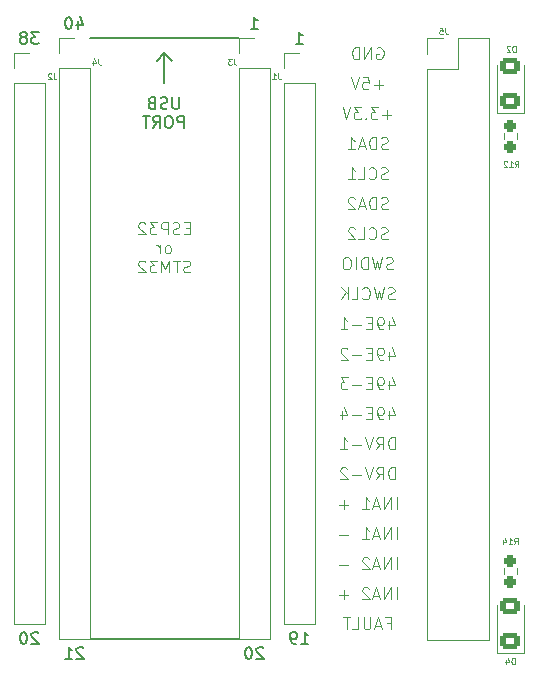
<source format=gbo>
G04 #@! TF.GenerationSoftware,KiCad,Pcbnew,(6.0.0)*
G04 #@! TF.CreationDate,2025-05-03T15:15:50+02:00*
G04 #@! TF.ProjectId,Smart Servo Control Board Rev.2,536d6172-7420-4536-9572-766f20436f6e,rev?*
G04 #@! TF.SameCoordinates,Original*
G04 #@! TF.FileFunction,Legend,Bot*
G04 #@! TF.FilePolarity,Positive*
%FSLAX46Y46*%
G04 Gerber Fmt 4.6, Leading zero omitted, Abs format (unit mm)*
G04 Created by KiCad (PCBNEW (6.0.0)) date 2025-05-03 15:15:50*
%MOMM*%
%LPD*%
G01*
G04 APERTURE LIST*
G04 Aperture macros list*
%AMRoundRect*
0 Rectangle with rounded corners*
0 $1 Rounding radius*
0 $2 $3 $4 $5 $6 $7 $8 $9 X,Y pos of 4 corners*
0 Add a 4 corners polygon primitive as box body*
4,1,4,$2,$3,$4,$5,$6,$7,$8,$9,$2,$3,0*
0 Add four circle primitives for the rounded corners*
1,1,$1+$1,$2,$3*
1,1,$1+$1,$4,$5*
1,1,$1+$1,$6,$7*
1,1,$1+$1,$8,$9*
0 Add four rect primitives between the rounded corners*
20,1,$1+$1,$2,$3,$4,$5,0*
20,1,$1+$1,$4,$5,$6,$7,0*
20,1,$1+$1,$6,$7,$8,$9,0*
20,1,$1+$1,$8,$9,$2,$3,0*%
G04 Aperture macros list end*
%ADD10C,0.150000*%
%ADD11C,0.125000*%
%ADD12C,0.120000*%
%ADD13C,7.500000*%
%ADD14C,4.700000*%
%ADD15C,4.300000*%
%ADD16RoundRect,0.237500X-0.237500X0.250000X-0.237500X-0.250000X0.237500X-0.250000X0.237500X0.250000X0*%
%ADD17R,1.700000X1.700000*%
%ADD18O,1.700000X1.700000*%
%ADD19RoundRect,0.250001X0.624999X-0.462499X0.624999X0.462499X-0.624999X0.462499X-0.624999X-0.462499X0*%
%ADD20RoundRect,0.237500X0.237500X-0.250000X0.237500X0.250000X-0.237500X0.250000X-0.237500X-0.250000X0*%
G04 APERTURE END LIST*
D10*
X227486805Y-46325808D02*
X228058234Y-46325808D01*
X227772520Y-46325808D02*
X227772520Y-45325808D01*
X227867758Y-45468666D01*
X227962996Y-45563904D01*
X228058234Y-45611523D01*
X209484424Y-97491047D02*
X209436805Y-97443428D01*
X209341567Y-97395808D01*
X209103472Y-97395808D01*
X209008234Y-97443428D01*
X208960615Y-97491047D01*
X208912996Y-97586285D01*
X208912996Y-97681523D01*
X208960615Y-97824380D01*
X209532043Y-98395808D01*
X208912996Y-98395808D01*
X208293948Y-97395808D02*
X208198710Y-97395808D01*
X208103472Y-97443428D01*
X208055853Y-97491047D01*
X208008234Y-97586285D01*
X207960615Y-97776761D01*
X207960615Y-98014856D01*
X208008234Y-98205332D01*
X208055853Y-98300570D01*
X208103472Y-98348189D01*
X208198710Y-98395808D01*
X208293948Y-98395808D01*
X208389186Y-98348189D01*
X208436805Y-98300570D01*
X208484424Y-98205332D01*
X208532043Y-98014856D01*
X208532043Y-97776761D01*
X208484424Y-97586285D01*
X208436805Y-97491047D01*
X208389186Y-97443428D01*
X208293948Y-97395808D01*
X213294424Y-98761047D02*
X213246805Y-98713428D01*
X213151567Y-98665808D01*
X212913472Y-98665808D01*
X212818234Y-98713428D01*
X212770615Y-98761047D01*
X212722996Y-98856285D01*
X212722996Y-98951523D01*
X212770615Y-99094380D01*
X213342043Y-99665808D01*
X212722996Y-99665808D01*
X211770615Y-99665808D02*
X212342043Y-99665808D01*
X212056329Y-99665808D02*
X212056329Y-98665808D01*
X212151567Y-98808666D01*
X212246805Y-98903904D01*
X212342043Y-98951523D01*
X231296805Y-47595808D02*
X231868234Y-47595808D01*
X231582520Y-47595808D02*
X231582520Y-46595808D01*
X231677758Y-46738666D01*
X231772996Y-46833904D01*
X231868234Y-46881523D01*
X231772996Y-98395808D02*
X232344424Y-98395808D01*
X232058710Y-98395808D02*
X232058710Y-97395808D01*
X232153948Y-97538666D01*
X232249186Y-97633904D01*
X232344424Y-97681523D01*
X231296805Y-98395808D02*
X231106329Y-98395808D01*
X231011091Y-98348189D01*
X230963472Y-98300570D01*
X230868234Y-98157713D01*
X230820615Y-97967237D01*
X230820615Y-97586285D01*
X230868234Y-97491047D01*
X230915853Y-97443428D01*
X231011091Y-97395808D01*
X231201567Y-97395808D01*
X231296805Y-97443428D01*
X231344424Y-97491047D01*
X231392043Y-97586285D01*
X231392043Y-97824380D01*
X231344424Y-97919618D01*
X231296805Y-97967237D01*
X231201567Y-98014856D01*
X231011091Y-98014856D01*
X230915853Y-97967237D01*
X230868234Y-97919618D01*
X230820615Y-97824380D01*
X221414424Y-52110808D02*
X221414424Y-52920332D01*
X221366805Y-53015570D01*
X221319186Y-53063189D01*
X221223948Y-53110808D01*
X221033472Y-53110808D01*
X220938234Y-53063189D01*
X220890615Y-53015570D01*
X220842996Y-52920332D01*
X220842996Y-52110808D01*
X220414424Y-53063189D02*
X220271567Y-53110808D01*
X220033472Y-53110808D01*
X219938234Y-53063189D01*
X219890615Y-53015570D01*
X219842996Y-52920332D01*
X219842996Y-52825094D01*
X219890615Y-52729856D01*
X219938234Y-52682237D01*
X220033472Y-52634618D01*
X220223948Y-52586999D01*
X220319186Y-52539380D01*
X220366805Y-52491761D01*
X220414424Y-52396523D01*
X220414424Y-52301285D01*
X220366805Y-52206047D01*
X220319186Y-52158428D01*
X220223948Y-52110808D01*
X219985853Y-52110808D01*
X219842996Y-52158428D01*
X219081091Y-52586999D02*
X218938234Y-52634618D01*
X218890615Y-52682237D01*
X218842996Y-52777475D01*
X218842996Y-52920332D01*
X218890615Y-53015570D01*
X218938234Y-53063189D01*
X219033472Y-53110808D01*
X219414424Y-53110808D01*
X219414424Y-52110808D01*
X219081091Y-52110808D01*
X218985853Y-52158428D01*
X218938234Y-52206047D01*
X218890615Y-52301285D01*
X218890615Y-52396523D01*
X218938234Y-52491761D01*
X218985853Y-52539380D01*
X219081091Y-52586999D01*
X219414424Y-52586999D01*
X221819186Y-54720808D02*
X221819186Y-53720808D01*
X221438234Y-53720808D01*
X221342996Y-53768428D01*
X221295377Y-53816047D01*
X221247758Y-53911285D01*
X221247758Y-54054142D01*
X221295377Y-54149380D01*
X221342996Y-54196999D01*
X221438234Y-54244618D01*
X221819186Y-54244618D01*
X220628710Y-53720808D02*
X220438234Y-53720808D01*
X220342996Y-53768428D01*
X220247758Y-53863666D01*
X220200139Y-54054142D01*
X220200139Y-54387475D01*
X220247758Y-54577951D01*
X220342996Y-54673189D01*
X220438234Y-54720808D01*
X220628710Y-54720808D01*
X220723948Y-54673189D01*
X220819186Y-54577951D01*
X220866805Y-54387475D01*
X220866805Y-54054142D01*
X220819186Y-53863666D01*
X220723948Y-53768428D01*
X220628710Y-53720808D01*
X219200139Y-54720808D02*
X219533472Y-54244618D01*
X219771567Y-54720808D02*
X219771567Y-53720808D01*
X219390615Y-53720808D01*
X219295377Y-53768428D01*
X219247758Y-53816047D01*
X219200139Y-53911285D01*
X219200139Y-54054142D01*
X219247758Y-54149380D01*
X219295377Y-54196999D01*
X219390615Y-54244618D01*
X219771567Y-54244618D01*
X218914424Y-53720808D02*
X218342996Y-53720808D01*
X218628710Y-54720808D02*
X218628710Y-53720808D01*
X228534424Y-98761047D02*
X228486805Y-98713428D01*
X228391567Y-98665808D01*
X228153472Y-98665808D01*
X228058234Y-98713428D01*
X228010615Y-98761047D01*
X227962996Y-98856285D01*
X227962996Y-98951523D01*
X228010615Y-99094380D01*
X228582043Y-99665808D01*
X227962996Y-99665808D01*
X227343948Y-98665808D02*
X227248710Y-98665808D01*
X227153472Y-98713428D01*
X227105853Y-98761047D01*
X227058234Y-98856285D01*
X227010615Y-99046761D01*
X227010615Y-99284856D01*
X227058234Y-99475332D01*
X227105853Y-99570570D01*
X227153472Y-99618189D01*
X227248710Y-99665808D01*
X227343948Y-99665808D01*
X227439186Y-99618189D01*
X227486805Y-99570570D01*
X227534424Y-99475332D01*
X227582043Y-99284856D01*
X227582043Y-99046761D01*
X227534424Y-98856285D01*
X227486805Y-98761047D01*
X227439186Y-98713428D01*
X227343948Y-98665808D01*
X212818234Y-45659142D02*
X212818234Y-46325808D01*
X213056329Y-45278189D02*
X213294424Y-45992475D01*
X212675377Y-45992475D01*
X212103948Y-45325808D02*
X212008710Y-45325808D01*
X211913472Y-45373428D01*
X211865853Y-45421047D01*
X211818234Y-45516285D01*
X211770615Y-45706761D01*
X211770615Y-45944856D01*
X211818234Y-46135332D01*
X211865853Y-46230570D01*
X211913472Y-46278189D01*
X212008710Y-46325808D01*
X212103948Y-46325808D01*
X212199186Y-46278189D01*
X212246805Y-46230570D01*
X212294424Y-46135332D01*
X212342043Y-45944856D01*
X212342043Y-45706761D01*
X212294424Y-45516285D01*
X212246805Y-45421047D01*
X212199186Y-45373428D01*
X212103948Y-45325808D01*
X209532043Y-46595808D02*
X208912996Y-46595808D01*
X209246329Y-46976761D01*
X209103472Y-46976761D01*
X209008234Y-47024380D01*
X208960615Y-47071999D01*
X208912996Y-47167237D01*
X208912996Y-47405332D01*
X208960615Y-47500570D01*
X209008234Y-47548189D01*
X209103472Y-47595808D01*
X209389186Y-47595808D01*
X209484424Y-47548189D01*
X209532043Y-47500570D01*
X208341567Y-47024380D02*
X208436805Y-46976761D01*
X208484424Y-46929142D01*
X208532043Y-46833904D01*
X208532043Y-46786285D01*
X208484424Y-46691047D01*
X208436805Y-46643428D01*
X208341567Y-46595808D01*
X208151091Y-46595808D01*
X208055853Y-46643428D01*
X208008234Y-46691047D01*
X207960615Y-46786285D01*
X207960615Y-46833904D01*
X208008234Y-46929142D01*
X208055853Y-46976761D01*
X208151091Y-47024380D01*
X208341567Y-47024380D01*
X208436805Y-47071999D01*
X208484424Y-47119618D01*
X208532043Y-47214856D01*
X208532043Y-47405332D01*
X208484424Y-47500570D01*
X208436805Y-47548189D01*
X208341567Y-47595808D01*
X208151091Y-47595808D01*
X208055853Y-47548189D01*
X208008234Y-47500570D01*
X207960615Y-47405332D01*
X207960615Y-47214856D01*
X208008234Y-47119618D01*
X208055853Y-47071999D01*
X208151091Y-47024380D01*
X213862520Y-47143428D02*
X226442520Y-47143428D01*
X213862520Y-98003428D02*
X226442520Y-98003428D01*
X220787520Y-49018428D02*
X220152520Y-48383428D01*
X220152520Y-48383428D02*
X220152520Y-50923428D01*
X219517520Y-49018428D02*
X220152520Y-48383428D01*
D11*
X239225853Y-71089142D02*
X239225853Y-71755808D01*
X239463948Y-70708189D02*
X239702043Y-71422475D01*
X239082996Y-71422475D01*
X238654424Y-71755808D02*
X238463948Y-71755808D01*
X238368710Y-71708189D01*
X238321091Y-71660570D01*
X238225853Y-71517713D01*
X238178234Y-71327237D01*
X238178234Y-70946285D01*
X238225853Y-70851047D01*
X238273472Y-70803428D01*
X238368710Y-70755808D01*
X238559186Y-70755808D01*
X238654424Y-70803428D01*
X238702043Y-70851047D01*
X238749662Y-70946285D01*
X238749662Y-71184380D01*
X238702043Y-71279618D01*
X238654424Y-71327237D01*
X238559186Y-71374856D01*
X238368710Y-71374856D01*
X238273472Y-71327237D01*
X238225853Y-71279618D01*
X238178234Y-71184380D01*
X237749662Y-71231999D02*
X237416329Y-71231999D01*
X237273472Y-71755808D02*
X237749662Y-71755808D01*
X237749662Y-70755808D01*
X237273472Y-70755808D01*
X236844900Y-71374856D02*
X236082996Y-71374856D01*
X235082996Y-71755808D02*
X235654424Y-71755808D01*
X235368710Y-71755808D02*
X235368710Y-70755808D01*
X235463948Y-70898666D01*
X235559186Y-70993904D01*
X235654424Y-71041523D01*
X239678234Y-84455808D02*
X239678234Y-83455808D01*
X239440139Y-83455808D01*
X239297281Y-83503428D01*
X239202043Y-83598666D01*
X239154424Y-83693904D01*
X239106805Y-83884380D01*
X239106805Y-84027237D01*
X239154424Y-84217713D01*
X239202043Y-84312951D01*
X239297281Y-84408189D01*
X239440139Y-84455808D01*
X239678234Y-84455808D01*
X238106805Y-84455808D02*
X238440139Y-83979618D01*
X238678234Y-84455808D02*
X238678234Y-83455808D01*
X238297281Y-83455808D01*
X238202043Y-83503428D01*
X238154424Y-83551047D01*
X238106805Y-83646285D01*
X238106805Y-83789142D01*
X238154424Y-83884380D01*
X238202043Y-83931999D01*
X238297281Y-83979618D01*
X238678234Y-83979618D01*
X237821091Y-83455808D02*
X237487758Y-84455808D01*
X237154424Y-83455808D01*
X236821091Y-84074856D02*
X236059186Y-84074856D01*
X235630615Y-83551047D02*
X235582996Y-83503428D01*
X235487758Y-83455808D01*
X235249662Y-83455808D01*
X235154424Y-83503428D01*
X235106805Y-83551047D01*
X235059186Y-83646285D01*
X235059186Y-83741523D01*
X235106805Y-83884380D01*
X235678234Y-84455808D01*
X235059186Y-84455808D01*
X239821091Y-89535808D02*
X239821091Y-88535808D01*
X239344900Y-89535808D02*
X239344900Y-88535808D01*
X238773472Y-89535808D01*
X238773472Y-88535808D01*
X238344900Y-89250094D02*
X237868710Y-89250094D01*
X238440139Y-89535808D02*
X238106805Y-88535808D01*
X237773472Y-89535808D01*
X236916329Y-89535808D02*
X237487758Y-89535808D01*
X237202043Y-89535808D02*
X237202043Y-88535808D01*
X237297281Y-88678666D01*
X237392520Y-88773904D01*
X237487758Y-88821523D01*
X235725853Y-89154856D02*
X234963948Y-89154856D01*
X238154424Y-47943428D02*
X238249662Y-47895808D01*
X238392520Y-47895808D01*
X238535377Y-47943428D01*
X238630615Y-48038666D01*
X238678234Y-48133904D01*
X238725853Y-48324380D01*
X238725853Y-48467237D01*
X238678234Y-48657713D01*
X238630615Y-48752951D01*
X238535377Y-48848189D01*
X238392520Y-48895808D01*
X238297281Y-48895808D01*
X238154424Y-48848189D01*
X238106805Y-48800570D01*
X238106805Y-48467237D01*
X238297281Y-48467237D01*
X237678234Y-48895808D02*
X237678234Y-47895808D01*
X237106805Y-48895808D01*
X237106805Y-47895808D01*
X236630615Y-48895808D02*
X236630615Y-47895808D01*
X236392520Y-47895808D01*
X236249662Y-47943428D01*
X236154424Y-48038666D01*
X236106805Y-48133904D01*
X236059186Y-48324380D01*
X236059186Y-48467237D01*
X236106805Y-48657713D01*
X236154424Y-48752951D01*
X236249662Y-48848189D01*
X236392520Y-48895808D01*
X236630615Y-48895808D01*
X239654424Y-69168189D02*
X239511567Y-69215808D01*
X239273472Y-69215808D01*
X239178234Y-69168189D01*
X239130615Y-69120570D01*
X239082996Y-69025332D01*
X239082996Y-68930094D01*
X239130615Y-68834856D01*
X239178234Y-68787237D01*
X239273472Y-68739618D01*
X239463948Y-68691999D01*
X239559186Y-68644380D01*
X239606805Y-68596761D01*
X239654424Y-68501523D01*
X239654424Y-68406285D01*
X239606805Y-68311047D01*
X239559186Y-68263428D01*
X239463948Y-68215808D01*
X239225853Y-68215808D01*
X239082996Y-68263428D01*
X238749662Y-68215808D02*
X238511567Y-69215808D01*
X238321091Y-68501523D01*
X238130615Y-69215808D01*
X237892520Y-68215808D01*
X236940139Y-69120570D02*
X236987758Y-69168189D01*
X237130615Y-69215808D01*
X237225853Y-69215808D01*
X237368710Y-69168189D01*
X237463948Y-69072951D01*
X237511567Y-68977713D01*
X237559186Y-68787237D01*
X237559186Y-68644380D01*
X237511567Y-68453904D01*
X237463948Y-68358666D01*
X237368710Y-68263428D01*
X237225853Y-68215808D01*
X237130615Y-68215808D01*
X236987758Y-68263428D01*
X236940139Y-68311047D01*
X236035377Y-69215808D02*
X236511567Y-69215808D01*
X236511567Y-68215808D01*
X235702043Y-69215808D02*
X235702043Y-68215808D01*
X235130615Y-69215808D02*
X235559186Y-68644380D01*
X235130615Y-68215808D02*
X235702043Y-68787237D01*
X238678234Y-51054856D02*
X237916329Y-51054856D01*
X238297281Y-51435808D02*
X238297281Y-50673904D01*
X236963948Y-50435808D02*
X237440139Y-50435808D01*
X237487758Y-50911999D01*
X237440139Y-50864380D01*
X237344900Y-50816761D01*
X237106805Y-50816761D01*
X237011567Y-50864380D01*
X236963948Y-50911999D01*
X236916329Y-51007237D01*
X236916329Y-51245332D01*
X236963948Y-51340570D01*
X237011567Y-51388189D01*
X237106805Y-51435808D01*
X237344900Y-51435808D01*
X237440139Y-51388189D01*
X237487758Y-51340570D01*
X236630615Y-50435808D02*
X236297281Y-51435808D01*
X235963948Y-50435808D01*
X222295377Y-63196999D02*
X221962043Y-63196999D01*
X221819186Y-63720808D02*
X222295377Y-63720808D01*
X222295377Y-62720808D01*
X221819186Y-62720808D01*
X221438234Y-63673189D02*
X221295377Y-63720808D01*
X221057281Y-63720808D01*
X220962043Y-63673189D01*
X220914424Y-63625570D01*
X220866805Y-63530332D01*
X220866805Y-63435094D01*
X220914424Y-63339856D01*
X220962043Y-63292237D01*
X221057281Y-63244618D01*
X221247758Y-63196999D01*
X221342996Y-63149380D01*
X221390615Y-63101761D01*
X221438234Y-63006523D01*
X221438234Y-62911285D01*
X221390615Y-62816047D01*
X221342996Y-62768428D01*
X221247758Y-62720808D01*
X221009662Y-62720808D01*
X220866805Y-62768428D01*
X220438234Y-63720808D02*
X220438234Y-62720808D01*
X220057281Y-62720808D01*
X219962043Y-62768428D01*
X219914424Y-62816047D01*
X219866805Y-62911285D01*
X219866805Y-63054142D01*
X219914424Y-63149380D01*
X219962043Y-63196999D01*
X220057281Y-63244618D01*
X220438234Y-63244618D01*
X219533472Y-62720808D02*
X218914424Y-62720808D01*
X219247758Y-63101761D01*
X219104900Y-63101761D01*
X219009662Y-63149380D01*
X218962043Y-63196999D01*
X218914424Y-63292237D01*
X218914424Y-63530332D01*
X218962043Y-63625570D01*
X219009662Y-63673189D01*
X219104900Y-63720808D01*
X219390615Y-63720808D01*
X219485853Y-63673189D01*
X219533472Y-63625570D01*
X218533472Y-62816047D02*
X218485853Y-62768428D01*
X218390615Y-62720808D01*
X218152520Y-62720808D01*
X218057281Y-62768428D01*
X218009662Y-62816047D01*
X217962043Y-62911285D01*
X217962043Y-63006523D01*
X218009662Y-63149380D01*
X218581091Y-63720808D01*
X217962043Y-63720808D01*
X220533472Y-65330808D02*
X220628710Y-65283189D01*
X220676329Y-65235570D01*
X220723948Y-65140332D01*
X220723948Y-64854618D01*
X220676329Y-64759380D01*
X220628710Y-64711761D01*
X220533472Y-64664142D01*
X220390615Y-64664142D01*
X220295377Y-64711761D01*
X220247758Y-64759380D01*
X220200139Y-64854618D01*
X220200139Y-65140332D01*
X220247758Y-65235570D01*
X220295377Y-65283189D01*
X220390615Y-65330808D01*
X220533472Y-65330808D01*
X219771567Y-65330808D02*
X219771567Y-64664142D01*
X219771567Y-64854618D02*
X219723948Y-64759380D01*
X219676329Y-64711761D01*
X219581091Y-64664142D01*
X219485853Y-64664142D01*
X222342996Y-66893189D02*
X222200139Y-66940808D01*
X221962043Y-66940808D01*
X221866805Y-66893189D01*
X221819186Y-66845570D01*
X221771567Y-66750332D01*
X221771567Y-66655094D01*
X221819186Y-66559856D01*
X221866805Y-66512237D01*
X221962043Y-66464618D01*
X222152520Y-66416999D01*
X222247758Y-66369380D01*
X222295377Y-66321761D01*
X222342996Y-66226523D01*
X222342996Y-66131285D01*
X222295377Y-66036047D01*
X222247758Y-65988428D01*
X222152520Y-65940808D01*
X221914424Y-65940808D01*
X221771567Y-65988428D01*
X221485853Y-65940808D02*
X220914424Y-65940808D01*
X221200139Y-66940808D02*
X221200139Y-65940808D01*
X220581091Y-66940808D02*
X220581091Y-65940808D01*
X220247758Y-66655094D01*
X219914424Y-65940808D01*
X219914424Y-66940808D01*
X219533472Y-65940808D02*
X218914424Y-65940808D01*
X219247758Y-66321761D01*
X219104900Y-66321761D01*
X219009662Y-66369380D01*
X218962043Y-66416999D01*
X218914424Y-66512237D01*
X218914424Y-66750332D01*
X218962043Y-66845570D01*
X219009662Y-66893189D01*
X219104900Y-66940808D01*
X219390615Y-66940808D01*
X219485853Y-66893189D01*
X219533472Y-66845570D01*
X218533472Y-66036047D02*
X218485853Y-65988428D01*
X218390615Y-65940808D01*
X218152520Y-65940808D01*
X218057281Y-65988428D01*
X218009662Y-66036047D01*
X217962043Y-66131285D01*
X217962043Y-66226523D01*
X218009662Y-66369380D01*
X218581091Y-66940808D01*
X217962043Y-66940808D01*
X239511567Y-66628189D02*
X239368710Y-66675808D01*
X239130615Y-66675808D01*
X239035377Y-66628189D01*
X238987758Y-66580570D01*
X238940139Y-66485332D01*
X238940139Y-66390094D01*
X238987758Y-66294856D01*
X239035377Y-66247237D01*
X239130615Y-66199618D01*
X239321091Y-66151999D01*
X239416329Y-66104380D01*
X239463948Y-66056761D01*
X239511567Y-65961523D01*
X239511567Y-65866285D01*
X239463948Y-65771047D01*
X239416329Y-65723428D01*
X239321091Y-65675808D01*
X239082996Y-65675808D01*
X238940139Y-65723428D01*
X238606805Y-65675808D02*
X238368710Y-66675808D01*
X238178234Y-65961523D01*
X237987758Y-66675808D01*
X237749662Y-65675808D01*
X237368710Y-66675808D02*
X237368710Y-65675808D01*
X237130615Y-65675808D01*
X236987758Y-65723428D01*
X236892520Y-65818666D01*
X236844900Y-65913904D01*
X236797281Y-66104380D01*
X236797281Y-66247237D01*
X236844900Y-66437713D01*
X236892520Y-66532951D01*
X236987758Y-66628189D01*
X237130615Y-66675808D01*
X237368710Y-66675808D01*
X236368710Y-66675808D02*
X236368710Y-65675808D01*
X235702043Y-65675808D02*
X235511567Y-65675808D01*
X235416329Y-65723428D01*
X235321091Y-65818666D01*
X235273472Y-66009142D01*
X235273472Y-66342475D01*
X235321091Y-66532951D01*
X235416329Y-66628189D01*
X235511567Y-66675808D01*
X235702043Y-66675808D01*
X235797281Y-66628189D01*
X235892520Y-66532951D01*
X235940139Y-66342475D01*
X235940139Y-66009142D01*
X235892520Y-65818666D01*
X235797281Y-65723428D01*
X235702043Y-65675808D01*
X239225853Y-78709142D02*
X239225853Y-79375808D01*
X239463948Y-78328189D02*
X239702043Y-79042475D01*
X239082996Y-79042475D01*
X238654424Y-79375808D02*
X238463948Y-79375808D01*
X238368710Y-79328189D01*
X238321091Y-79280570D01*
X238225853Y-79137713D01*
X238178234Y-78947237D01*
X238178234Y-78566285D01*
X238225853Y-78471047D01*
X238273472Y-78423428D01*
X238368710Y-78375808D01*
X238559186Y-78375808D01*
X238654424Y-78423428D01*
X238702043Y-78471047D01*
X238749662Y-78566285D01*
X238749662Y-78804380D01*
X238702043Y-78899618D01*
X238654424Y-78947237D01*
X238559186Y-78994856D01*
X238368710Y-78994856D01*
X238273472Y-78947237D01*
X238225853Y-78899618D01*
X238178234Y-78804380D01*
X237749662Y-78851999D02*
X237416329Y-78851999D01*
X237273472Y-79375808D02*
X237749662Y-79375808D01*
X237749662Y-78375808D01*
X237273472Y-78375808D01*
X236844900Y-78994856D02*
X236082996Y-78994856D01*
X235178234Y-78709142D02*
X235178234Y-79375808D01*
X235416329Y-78328189D02*
X235654424Y-79042475D01*
X235035377Y-79042475D01*
X239392520Y-53594856D02*
X238630615Y-53594856D01*
X239011567Y-53975808D02*
X239011567Y-53213904D01*
X238249662Y-52975808D02*
X237630615Y-52975808D01*
X237963948Y-53356761D01*
X237821091Y-53356761D01*
X237725853Y-53404380D01*
X237678234Y-53451999D01*
X237630615Y-53547237D01*
X237630615Y-53785332D01*
X237678234Y-53880570D01*
X237725853Y-53928189D01*
X237821091Y-53975808D01*
X238106805Y-53975808D01*
X238202043Y-53928189D01*
X238249662Y-53880570D01*
X237202043Y-53880570D02*
X237154424Y-53928189D01*
X237202043Y-53975808D01*
X237249662Y-53928189D01*
X237202043Y-53880570D01*
X237202043Y-53975808D01*
X236821091Y-52975808D02*
X236202043Y-52975808D01*
X236535377Y-53356761D01*
X236392520Y-53356761D01*
X236297281Y-53404380D01*
X236249662Y-53451999D01*
X236202043Y-53547237D01*
X236202043Y-53785332D01*
X236249662Y-53880570D01*
X236297281Y-53928189D01*
X236392520Y-53975808D01*
X236678234Y-53975808D01*
X236773472Y-53928189D01*
X236821091Y-53880570D01*
X235916329Y-52975808D02*
X235582996Y-53975808D01*
X235249662Y-52975808D01*
X239082996Y-56468189D02*
X238940139Y-56515808D01*
X238702043Y-56515808D01*
X238606805Y-56468189D01*
X238559186Y-56420570D01*
X238511567Y-56325332D01*
X238511567Y-56230094D01*
X238559186Y-56134856D01*
X238606805Y-56087237D01*
X238702043Y-56039618D01*
X238892520Y-55991999D01*
X238987758Y-55944380D01*
X239035377Y-55896761D01*
X239082996Y-55801523D01*
X239082996Y-55706285D01*
X239035377Y-55611047D01*
X238987758Y-55563428D01*
X238892520Y-55515808D01*
X238654424Y-55515808D01*
X238511567Y-55563428D01*
X238082996Y-56515808D02*
X238082996Y-55515808D01*
X237844900Y-55515808D01*
X237702043Y-55563428D01*
X237606805Y-55658666D01*
X237559186Y-55753904D01*
X237511567Y-55944380D01*
X237511567Y-56087237D01*
X237559186Y-56277713D01*
X237606805Y-56372951D01*
X237702043Y-56468189D01*
X237844900Y-56515808D01*
X238082996Y-56515808D01*
X237130615Y-56230094D02*
X236654424Y-56230094D01*
X237225853Y-56515808D02*
X236892520Y-55515808D01*
X236559186Y-56515808D01*
X235702043Y-56515808D02*
X236273472Y-56515808D01*
X235987758Y-56515808D02*
X235987758Y-55515808D01*
X236082996Y-55658666D01*
X236178234Y-55753904D01*
X236273472Y-55801523D01*
X239059186Y-59008189D02*
X238916329Y-59055808D01*
X238678234Y-59055808D01*
X238582996Y-59008189D01*
X238535377Y-58960570D01*
X238487758Y-58865332D01*
X238487758Y-58770094D01*
X238535377Y-58674856D01*
X238582996Y-58627237D01*
X238678234Y-58579618D01*
X238868710Y-58531999D01*
X238963948Y-58484380D01*
X239011567Y-58436761D01*
X239059186Y-58341523D01*
X239059186Y-58246285D01*
X239011567Y-58151047D01*
X238963948Y-58103428D01*
X238868710Y-58055808D01*
X238630615Y-58055808D01*
X238487758Y-58103428D01*
X237487758Y-58960570D02*
X237535377Y-59008189D01*
X237678234Y-59055808D01*
X237773472Y-59055808D01*
X237916329Y-59008189D01*
X238011567Y-58912951D01*
X238059186Y-58817713D01*
X238106805Y-58627237D01*
X238106805Y-58484380D01*
X238059186Y-58293904D01*
X238011567Y-58198666D01*
X237916329Y-58103428D01*
X237773472Y-58055808D01*
X237678234Y-58055808D01*
X237535377Y-58103428D01*
X237487758Y-58151047D01*
X236582996Y-59055808D02*
X237059186Y-59055808D01*
X237059186Y-58055808D01*
X235725853Y-59055808D02*
X236297281Y-59055808D01*
X236011567Y-59055808D02*
X236011567Y-58055808D01*
X236106805Y-58198666D01*
X236202043Y-58293904D01*
X236297281Y-58341523D01*
X239225853Y-76169142D02*
X239225853Y-76835808D01*
X239463948Y-75788189D02*
X239702043Y-76502475D01*
X239082996Y-76502475D01*
X238654424Y-76835808D02*
X238463948Y-76835808D01*
X238368710Y-76788189D01*
X238321091Y-76740570D01*
X238225853Y-76597713D01*
X238178234Y-76407237D01*
X238178234Y-76026285D01*
X238225853Y-75931047D01*
X238273472Y-75883428D01*
X238368710Y-75835808D01*
X238559186Y-75835808D01*
X238654424Y-75883428D01*
X238702043Y-75931047D01*
X238749662Y-76026285D01*
X238749662Y-76264380D01*
X238702043Y-76359618D01*
X238654424Y-76407237D01*
X238559186Y-76454856D01*
X238368710Y-76454856D01*
X238273472Y-76407237D01*
X238225853Y-76359618D01*
X238178234Y-76264380D01*
X237749662Y-76311999D02*
X237416329Y-76311999D01*
X237273472Y-76835808D02*
X237749662Y-76835808D01*
X237749662Y-75835808D01*
X237273472Y-75835808D01*
X236844900Y-76454856D02*
X236082996Y-76454856D01*
X235702043Y-75835808D02*
X235082996Y-75835808D01*
X235416329Y-76216761D01*
X235273472Y-76216761D01*
X235178234Y-76264380D01*
X235130615Y-76311999D01*
X235082996Y-76407237D01*
X235082996Y-76645332D01*
X235130615Y-76740570D01*
X235178234Y-76788189D01*
X235273472Y-76835808D01*
X235559186Y-76835808D01*
X235654424Y-76788189D01*
X235702043Y-76740570D01*
X238987758Y-96631999D02*
X239321091Y-96631999D01*
X239321091Y-97155808D02*
X239321091Y-96155808D01*
X238844900Y-96155808D01*
X238511567Y-96870094D02*
X238035377Y-96870094D01*
X238606805Y-97155808D02*
X238273472Y-96155808D01*
X237940139Y-97155808D01*
X237606805Y-96155808D02*
X237606805Y-96965332D01*
X237559186Y-97060570D01*
X237511567Y-97108189D01*
X237416329Y-97155808D01*
X237225853Y-97155808D01*
X237130615Y-97108189D01*
X237082996Y-97060570D01*
X237035377Y-96965332D01*
X237035377Y-96155808D01*
X236082996Y-97155808D02*
X236559186Y-97155808D01*
X236559186Y-96155808D01*
X235892520Y-96155808D02*
X235321091Y-96155808D01*
X235606805Y-97155808D02*
X235606805Y-96155808D01*
X239821091Y-94615808D02*
X239821091Y-93615808D01*
X239344900Y-94615808D02*
X239344900Y-93615808D01*
X238773472Y-94615808D01*
X238773472Y-93615808D01*
X238344900Y-94330094D02*
X237868710Y-94330094D01*
X238440139Y-94615808D02*
X238106805Y-93615808D01*
X237773472Y-94615808D01*
X237487758Y-93711047D02*
X237440139Y-93663428D01*
X237344900Y-93615808D01*
X237106805Y-93615808D01*
X237011567Y-93663428D01*
X236963948Y-93711047D01*
X236916329Y-93806285D01*
X236916329Y-93901523D01*
X236963948Y-94044380D01*
X237535377Y-94615808D01*
X236916329Y-94615808D01*
X235725853Y-94234856D02*
X234963948Y-94234856D01*
X235344900Y-94615808D02*
X235344900Y-93853904D01*
X239678234Y-81915808D02*
X239678234Y-80915808D01*
X239440139Y-80915808D01*
X239297281Y-80963428D01*
X239202043Y-81058666D01*
X239154424Y-81153904D01*
X239106805Y-81344380D01*
X239106805Y-81487237D01*
X239154424Y-81677713D01*
X239202043Y-81772951D01*
X239297281Y-81868189D01*
X239440139Y-81915808D01*
X239678234Y-81915808D01*
X238106805Y-81915808D02*
X238440139Y-81439618D01*
X238678234Y-81915808D02*
X238678234Y-80915808D01*
X238297281Y-80915808D01*
X238202043Y-80963428D01*
X238154424Y-81011047D01*
X238106805Y-81106285D01*
X238106805Y-81249142D01*
X238154424Y-81344380D01*
X238202043Y-81391999D01*
X238297281Y-81439618D01*
X238678234Y-81439618D01*
X237821091Y-80915808D02*
X237487758Y-81915808D01*
X237154424Y-80915808D01*
X236821091Y-81534856D02*
X236059186Y-81534856D01*
X235059186Y-81915808D02*
X235630615Y-81915808D01*
X235344900Y-81915808D02*
X235344900Y-80915808D01*
X235440139Y-81058666D01*
X235535377Y-81153904D01*
X235630615Y-81201523D01*
X239821091Y-92075808D02*
X239821091Y-91075808D01*
X239344900Y-92075808D02*
X239344900Y-91075808D01*
X238773472Y-92075808D01*
X238773472Y-91075808D01*
X238344900Y-91790094D02*
X237868710Y-91790094D01*
X238440139Y-92075808D02*
X238106805Y-91075808D01*
X237773472Y-92075808D01*
X237487758Y-91171047D02*
X237440139Y-91123428D01*
X237344900Y-91075808D01*
X237106805Y-91075808D01*
X237011567Y-91123428D01*
X236963948Y-91171047D01*
X236916329Y-91266285D01*
X236916329Y-91361523D01*
X236963948Y-91504380D01*
X237535377Y-92075808D01*
X236916329Y-92075808D01*
X235725853Y-91694856D02*
X234963948Y-91694856D01*
X239821091Y-86995808D02*
X239821091Y-85995808D01*
X239344900Y-86995808D02*
X239344900Y-85995808D01*
X238773472Y-86995808D01*
X238773472Y-85995808D01*
X238344900Y-86710094D02*
X237868710Y-86710094D01*
X238440139Y-86995808D02*
X238106805Y-85995808D01*
X237773472Y-86995808D01*
X236916329Y-86995808D02*
X237487758Y-86995808D01*
X237202043Y-86995808D02*
X237202043Y-85995808D01*
X237297281Y-86138666D01*
X237392520Y-86233904D01*
X237487758Y-86281523D01*
X235725853Y-86614856D02*
X234963948Y-86614856D01*
X235344900Y-86995808D02*
X235344900Y-86233904D01*
X239082996Y-61548189D02*
X238940139Y-61595808D01*
X238702043Y-61595808D01*
X238606805Y-61548189D01*
X238559186Y-61500570D01*
X238511567Y-61405332D01*
X238511567Y-61310094D01*
X238559186Y-61214856D01*
X238606805Y-61167237D01*
X238702043Y-61119618D01*
X238892520Y-61071999D01*
X238987758Y-61024380D01*
X239035377Y-60976761D01*
X239082996Y-60881523D01*
X239082996Y-60786285D01*
X239035377Y-60691047D01*
X238987758Y-60643428D01*
X238892520Y-60595808D01*
X238654424Y-60595808D01*
X238511567Y-60643428D01*
X238082996Y-61595808D02*
X238082996Y-60595808D01*
X237844900Y-60595808D01*
X237702043Y-60643428D01*
X237606805Y-60738666D01*
X237559186Y-60833904D01*
X237511567Y-61024380D01*
X237511567Y-61167237D01*
X237559186Y-61357713D01*
X237606805Y-61452951D01*
X237702043Y-61548189D01*
X237844900Y-61595808D01*
X238082996Y-61595808D01*
X237130615Y-61310094D02*
X236654424Y-61310094D01*
X237225853Y-61595808D02*
X236892520Y-60595808D01*
X236559186Y-61595808D01*
X236273472Y-60691047D02*
X236225853Y-60643428D01*
X236130615Y-60595808D01*
X235892520Y-60595808D01*
X235797281Y-60643428D01*
X235749662Y-60691047D01*
X235702043Y-60786285D01*
X235702043Y-60881523D01*
X235749662Y-61024380D01*
X236321091Y-61595808D01*
X235702043Y-61595808D01*
X239225853Y-73659142D02*
X239225853Y-74325808D01*
X239463948Y-73278189D02*
X239702043Y-73992475D01*
X239082996Y-73992475D01*
X238654424Y-74325808D02*
X238463948Y-74325808D01*
X238368710Y-74278189D01*
X238321091Y-74230570D01*
X238225853Y-74087713D01*
X238178234Y-73897237D01*
X238178234Y-73516285D01*
X238225853Y-73421047D01*
X238273472Y-73373428D01*
X238368710Y-73325808D01*
X238559186Y-73325808D01*
X238654424Y-73373428D01*
X238702043Y-73421047D01*
X238749662Y-73516285D01*
X238749662Y-73754380D01*
X238702043Y-73849618D01*
X238654424Y-73897237D01*
X238559186Y-73944856D01*
X238368710Y-73944856D01*
X238273472Y-73897237D01*
X238225853Y-73849618D01*
X238178234Y-73754380D01*
X237749662Y-73801999D02*
X237416329Y-73801999D01*
X237273472Y-74325808D02*
X237749662Y-74325808D01*
X237749662Y-73325808D01*
X237273472Y-73325808D01*
X236844900Y-73944856D02*
X236082996Y-73944856D01*
X235654424Y-73421047D02*
X235606805Y-73373428D01*
X235511567Y-73325808D01*
X235273472Y-73325808D01*
X235178234Y-73373428D01*
X235130615Y-73421047D01*
X235082996Y-73516285D01*
X235082996Y-73611523D01*
X235130615Y-73754380D01*
X235702043Y-74325808D01*
X235082996Y-74325808D01*
X239059186Y-64088189D02*
X238916329Y-64135808D01*
X238678234Y-64135808D01*
X238582996Y-64088189D01*
X238535377Y-64040570D01*
X238487758Y-63945332D01*
X238487758Y-63850094D01*
X238535377Y-63754856D01*
X238582996Y-63707237D01*
X238678234Y-63659618D01*
X238868710Y-63611999D01*
X238963948Y-63564380D01*
X239011567Y-63516761D01*
X239059186Y-63421523D01*
X239059186Y-63326285D01*
X239011567Y-63231047D01*
X238963948Y-63183428D01*
X238868710Y-63135808D01*
X238630615Y-63135808D01*
X238487758Y-63183428D01*
X237487758Y-64040570D02*
X237535377Y-64088189D01*
X237678234Y-64135808D01*
X237773472Y-64135808D01*
X237916329Y-64088189D01*
X238011567Y-63992951D01*
X238059186Y-63897713D01*
X238106805Y-63707237D01*
X238106805Y-63564380D01*
X238059186Y-63373904D01*
X238011567Y-63278666D01*
X237916329Y-63183428D01*
X237773472Y-63135808D01*
X237678234Y-63135808D01*
X237535377Y-63183428D01*
X237487758Y-63231047D01*
X236582996Y-64135808D02*
X237059186Y-64135808D01*
X237059186Y-63135808D01*
X236297281Y-63231047D02*
X236249662Y-63183428D01*
X236154424Y-63135808D01*
X235916329Y-63135808D01*
X235821091Y-63183428D01*
X235773472Y-63231047D01*
X235725853Y-63326285D01*
X235725853Y-63421523D01*
X235773472Y-63564380D01*
X236344900Y-64135808D01*
X235725853Y-64135808D01*
X249853948Y-58019618D02*
X250020615Y-57781523D01*
X250139662Y-58019618D02*
X250139662Y-57519618D01*
X249949186Y-57519618D01*
X249901567Y-57543428D01*
X249877758Y-57567237D01*
X249853948Y-57614856D01*
X249853948Y-57686285D01*
X249877758Y-57733904D01*
X249901567Y-57757713D01*
X249949186Y-57781523D01*
X250139662Y-57781523D01*
X249377758Y-58019618D02*
X249663472Y-58019618D01*
X249520615Y-58019618D02*
X249520615Y-57519618D01*
X249568234Y-57591047D01*
X249615853Y-57638666D01*
X249663472Y-57662475D01*
X249187281Y-57567237D02*
X249163472Y-57543428D01*
X249115853Y-57519618D01*
X248996805Y-57519618D01*
X248949186Y-57543428D01*
X248925377Y-57567237D01*
X248901567Y-57614856D01*
X248901567Y-57662475D01*
X248925377Y-57733904D01*
X249211091Y-58019618D01*
X248901567Y-58019618D01*
X229819186Y-50104618D02*
X229819186Y-50461761D01*
X229842996Y-50533189D01*
X229890615Y-50580808D01*
X229962043Y-50604618D01*
X230009662Y-50604618D01*
X229319186Y-50604618D02*
X229604900Y-50604618D01*
X229462043Y-50604618D02*
X229462043Y-50104618D01*
X229509662Y-50176047D01*
X229557281Y-50223666D01*
X229604900Y-50247475D01*
X249901567Y-48269618D02*
X249901567Y-47769618D01*
X249782520Y-47769618D01*
X249711091Y-47793428D01*
X249663472Y-47841047D01*
X249639662Y-47888666D01*
X249615853Y-47983904D01*
X249615853Y-48055332D01*
X249639662Y-48150570D01*
X249663472Y-48198189D01*
X249711091Y-48245808D01*
X249782520Y-48269618D01*
X249901567Y-48269618D01*
X249425377Y-47817237D02*
X249401567Y-47793428D01*
X249353948Y-47769618D01*
X249234900Y-47769618D01*
X249187281Y-47793428D01*
X249163472Y-47817237D01*
X249139662Y-47864856D01*
X249139662Y-47912475D01*
X249163472Y-47983904D01*
X249449186Y-48269618D01*
X249139662Y-48269618D01*
X243949186Y-46269618D02*
X243949186Y-46626761D01*
X243972996Y-46698189D01*
X244020615Y-46745808D01*
X244092043Y-46769618D01*
X244139662Y-46769618D01*
X243472996Y-46269618D02*
X243711091Y-46269618D01*
X243734900Y-46507713D01*
X243711091Y-46483904D01*
X243663472Y-46460094D01*
X243544424Y-46460094D01*
X243496805Y-46483904D01*
X243472996Y-46507713D01*
X243449186Y-46555332D01*
X243449186Y-46674380D01*
X243472996Y-46721999D01*
X243496805Y-46745808D01*
X243544424Y-46769618D01*
X243663472Y-46769618D01*
X243711091Y-46745808D01*
X243734900Y-46721999D01*
X226069186Y-48854618D02*
X226069186Y-49211761D01*
X226092996Y-49283189D01*
X226140615Y-49330808D01*
X226212043Y-49354618D01*
X226259662Y-49354618D01*
X225878710Y-48854618D02*
X225569186Y-48854618D01*
X225735853Y-49045094D01*
X225664424Y-49045094D01*
X225616805Y-49068904D01*
X225592996Y-49092713D01*
X225569186Y-49140332D01*
X225569186Y-49259380D01*
X225592996Y-49306999D01*
X225616805Y-49330808D01*
X225664424Y-49354618D01*
X225807281Y-49354618D01*
X225854900Y-49330808D01*
X225878710Y-49306999D01*
X214569186Y-48854618D02*
X214569186Y-49211761D01*
X214592996Y-49283189D01*
X214640615Y-49330808D01*
X214712043Y-49354618D01*
X214759662Y-49354618D01*
X214116805Y-49021285D02*
X214116805Y-49354618D01*
X214235853Y-48830808D02*
X214354900Y-49187951D01*
X214045377Y-49187951D01*
X210819186Y-50104618D02*
X210819186Y-50461761D01*
X210842996Y-50533189D01*
X210890615Y-50580808D01*
X210962043Y-50604618D01*
X211009662Y-50604618D01*
X210604900Y-50152237D02*
X210581091Y-50128428D01*
X210533472Y-50104618D01*
X210414424Y-50104618D01*
X210366805Y-50128428D01*
X210342996Y-50152237D01*
X210319186Y-50199856D01*
X210319186Y-50247475D01*
X210342996Y-50318904D01*
X210628710Y-50604618D01*
X210319186Y-50604618D01*
X249826567Y-100104618D02*
X249826567Y-99604618D01*
X249707520Y-99604618D01*
X249636091Y-99628428D01*
X249588472Y-99676047D01*
X249564662Y-99723666D01*
X249540853Y-99818904D01*
X249540853Y-99890332D01*
X249564662Y-99985570D01*
X249588472Y-100033189D01*
X249636091Y-100080808D01*
X249707520Y-100104618D01*
X249826567Y-100104618D01*
X249112281Y-99771285D02*
X249112281Y-100104618D01*
X249231329Y-99580808D02*
X249350377Y-99937951D01*
X249040853Y-99937951D01*
X249778948Y-89944618D02*
X249945615Y-89706523D01*
X250064662Y-89944618D02*
X250064662Y-89444618D01*
X249874186Y-89444618D01*
X249826567Y-89468428D01*
X249802758Y-89492237D01*
X249778948Y-89539856D01*
X249778948Y-89611285D01*
X249802758Y-89658904D01*
X249826567Y-89682713D01*
X249874186Y-89706523D01*
X250064662Y-89706523D01*
X249302758Y-89944618D02*
X249588472Y-89944618D01*
X249445615Y-89944618D02*
X249445615Y-89444618D01*
X249493234Y-89516047D01*
X249540853Y-89563666D01*
X249588472Y-89587475D01*
X248874186Y-89611285D02*
X248874186Y-89944618D01*
X248993234Y-89420808D02*
X249112281Y-89777951D01*
X248802758Y-89777951D01*
D12*
X249980020Y-55173704D02*
X249980020Y-55683152D01*
X248935020Y-55173704D02*
X248935020Y-55683152D01*
X230252520Y-48353428D02*
X230252520Y-49683428D01*
X232912520Y-50953428D02*
X230252520Y-50953428D01*
X230252520Y-50953428D02*
X230252520Y-96733428D01*
X232912520Y-96733428D02*
X230252520Y-96733428D01*
X231582520Y-48353428D02*
X230252520Y-48353428D01*
X232912520Y-50953428D02*
X232912520Y-96733428D01*
X248322520Y-53443428D02*
X248322520Y-49383428D01*
X250592520Y-53443428D02*
X248322520Y-53443428D01*
X250592520Y-49383428D02*
X250592520Y-53443428D01*
X247612520Y-98033428D02*
X242412520Y-98033428D01*
X247612520Y-47113428D02*
X245012520Y-47113428D01*
X245012520Y-47113428D02*
X245012520Y-49713428D01*
X247612520Y-47113428D02*
X247612520Y-98033428D01*
X242412520Y-47113428D02*
X242412520Y-48443428D01*
X242412520Y-49713428D02*
X242412520Y-98033428D01*
X245012520Y-49713428D02*
X242412520Y-49713428D01*
X243742520Y-47113428D02*
X242412520Y-47113428D01*
X229102520Y-49683428D02*
X229102520Y-98003428D01*
X229102520Y-98003428D02*
X226442520Y-98003428D01*
X227772520Y-47083428D02*
X226442520Y-47083428D01*
X229102520Y-49683428D02*
X226442520Y-49683428D01*
X226442520Y-49683428D02*
X226442520Y-98003428D01*
X226442520Y-47083428D02*
X226442520Y-48413428D01*
X211202520Y-49683428D02*
X211202520Y-98003428D01*
X213862520Y-98003428D02*
X211202520Y-98003428D01*
X213862520Y-49683428D02*
X213862520Y-98003428D01*
X211202520Y-47083428D02*
X211202520Y-48413428D01*
X213862520Y-49683428D02*
X211202520Y-49683428D01*
X212532520Y-47083428D02*
X211202520Y-47083428D01*
X207392520Y-48353428D02*
X207392520Y-49683428D01*
X210052520Y-50953428D02*
X210052520Y-96733428D01*
X210052520Y-96733428D02*
X207392520Y-96733428D01*
X207392520Y-50953428D02*
X207392520Y-96733428D01*
X208722520Y-48353428D02*
X207392520Y-48353428D01*
X210052520Y-50953428D02*
X207392520Y-50953428D01*
X250592520Y-95103428D02*
X250592520Y-99163428D01*
X250592520Y-99163428D02*
X248322520Y-99163428D01*
X248322520Y-99163428D02*
X248322520Y-95103428D01*
X249980020Y-92513152D02*
X249980020Y-92003704D01*
X248935020Y-92513152D02*
X248935020Y-92003704D01*
%LPC*%
D13*
X207032520Y-103043428D03*
D14*
X207032520Y-103043428D03*
D15*
X207032520Y-42043428D03*
D14*
X245032520Y-103043428D03*
D13*
X245032520Y-103043428D03*
D15*
X245032520Y-42043428D03*
D16*
X249457520Y-54515928D03*
X249457520Y-56340928D03*
D17*
X231582520Y-49683428D03*
D18*
X231582520Y-52223428D03*
X231582520Y-54763428D03*
X231582520Y-57303428D03*
X231582520Y-59843428D03*
X231582520Y-62383428D03*
X231582520Y-64923428D03*
X231582520Y-67463428D03*
X231582520Y-70003428D03*
X231582520Y-72543428D03*
X231582520Y-75083428D03*
X231582520Y-77623428D03*
X231582520Y-80163428D03*
X231582520Y-82703428D03*
X231582520Y-85243428D03*
X231582520Y-87783428D03*
X231582520Y-90323428D03*
X231582520Y-92863428D03*
X231582520Y-95403428D03*
D19*
X249457520Y-52470928D03*
X249457520Y-49495928D03*
D17*
X243742520Y-48443428D03*
D18*
X246282520Y-48443428D03*
X243742520Y-50983428D03*
X246282520Y-50983428D03*
X243742520Y-53523428D03*
X246282520Y-53523428D03*
X243742520Y-56063428D03*
X246282520Y-56063428D03*
X243742520Y-58603428D03*
X246282520Y-58603428D03*
X243742520Y-61143428D03*
X246282520Y-61143428D03*
X243742520Y-63683428D03*
X246282520Y-63683428D03*
X243742520Y-66223428D03*
X246282520Y-66223428D03*
X243742520Y-68763428D03*
X246282520Y-68763428D03*
X243742520Y-71303428D03*
X246282520Y-71303428D03*
X243742520Y-73843428D03*
X246282520Y-73843428D03*
X243742520Y-76383428D03*
X246282520Y-76383428D03*
X243742520Y-78923428D03*
X246282520Y-78923428D03*
X243742520Y-81463428D03*
X246282520Y-81463428D03*
X243742520Y-84003428D03*
X246282520Y-84003428D03*
X243742520Y-86543428D03*
X246282520Y-86543428D03*
X243742520Y-89083428D03*
X246282520Y-89083428D03*
X243742520Y-91623428D03*
X246282520Y-91623428D03*
X243742520Y-94163428D03*
X246282520Y-94163428D03*
X243742520Y-96703428D03*
X246282520Y-96703428D03*
D17*
X227772520Y-48413428D03*
D18*
X227772520Y-50953428D03*
X227772520Y-53493428D03*
X227772520Y-56033428D03*
X227772520Y-58573428D03*
X227772520Y-61113428D03*
X227772520Y-63653428D03*
X227772520Y-66193428D03*
X227772520Y-68733428D03*
X227772520Y-71273428D03*
X227772520Y-73813428D03*
X227772520Y-76353428D03*
X227772520Y-78893428D03*
X227772520Y-81433428D03*
X227772520Y-83973428D03*
X227772520Y-86513428D03*
X227772520Y-89053428D03*
X227772520Y-91593428D03*
X227772520Y-94133428D03*
X227772520Y-96673428D03*
D17*
X212532520Y-48413428D03*
D18*
X212532520Y-50953428D03*
X212532520Y-53493428D03*
X212532520Y-56033428D03*
X212532520Y-58573428D03*
X212532520Y-61113428D03*
X212532520Y-63653428D03*
X212532520Y-66193428D03*
X212532520Y-68733428D03*
X212532520Y-71273428D03*
X212532520Y-73813428D03*
X212532520Y-76353428D03*
X212532520Y-78893428D03*
X212532520Y-81433428D03*
X212532520Y-83973428D03*
X212532520Y-86513428D03*
X212532520Y-89053428D03*
X212532520Y-91593428D03*
X212532520Y-94133428D03*
X212532520Y-96673428D03*
D17*
X208722520Y-49683428D03*
D18*
X208722520Y-52223428D03*
X208722520Y-54763428D03*
X208722520Y-57303428D03*
X208722520Y-59843428D03*
X208722520Y-62383428D03*
X208722520Y-64923428D03*
X208722520Y-67463428D03*
X208722520Y-70003428D03*
X208722520Y-72543428D03*
X208722520Y-75083428D03*
X208722520Y-77623428D03*
X208722520Y-80163428D03*
X208722520Y-82703428D03*
X208722520Y-85243428D03*
X208722520Y-87783428D03*
X208722520Y-90323428D03*
X208722520Y-92863428D03*
X208722520Y-95403428D03*
D19*
X249457520Y-98190928D03*
X249457520Y-95215928D03*
D20*
X249457520Y-93170928D03*
X249457520Y-91345928D03*
M02*

</source>
